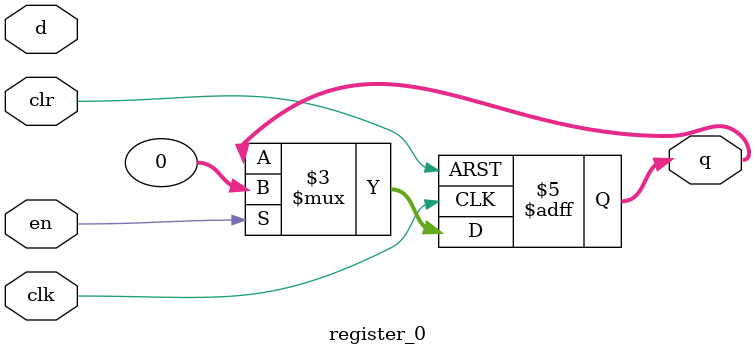
<source format=v>
module register_0(q, d, clk, en, clr);
	input [31:0] d;
	input clk, en, clr;
	wire clr;
  	output reg [31:0] q;
  
  	initial
     	begin
       	     q = 32'h00000000;
        end
	always @(posedge clk or posedge clr) begin
     	     if (clr) begin
                  q <= 32'h00000000;
     	     end
     	     else if (en) begin
                  q <= 32'h00000000;
     	     end
        end
endmodule

</source>
